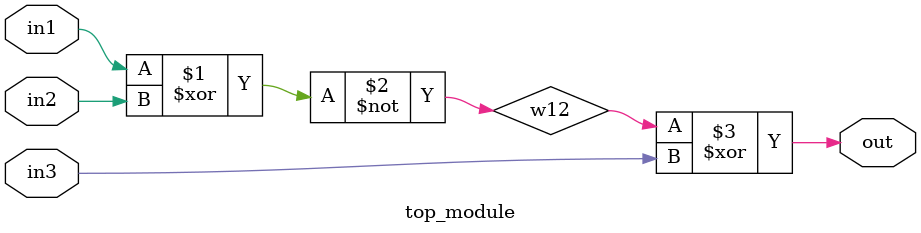
<source format=v>
module top_module (
    input in1,
    input in2,
    input in3,
    output out);
    
	wire w12;
    assign w12 = ~(in1 ^ in2);
    assign out = w12 ^ in3;
    
endmodule

</source>
